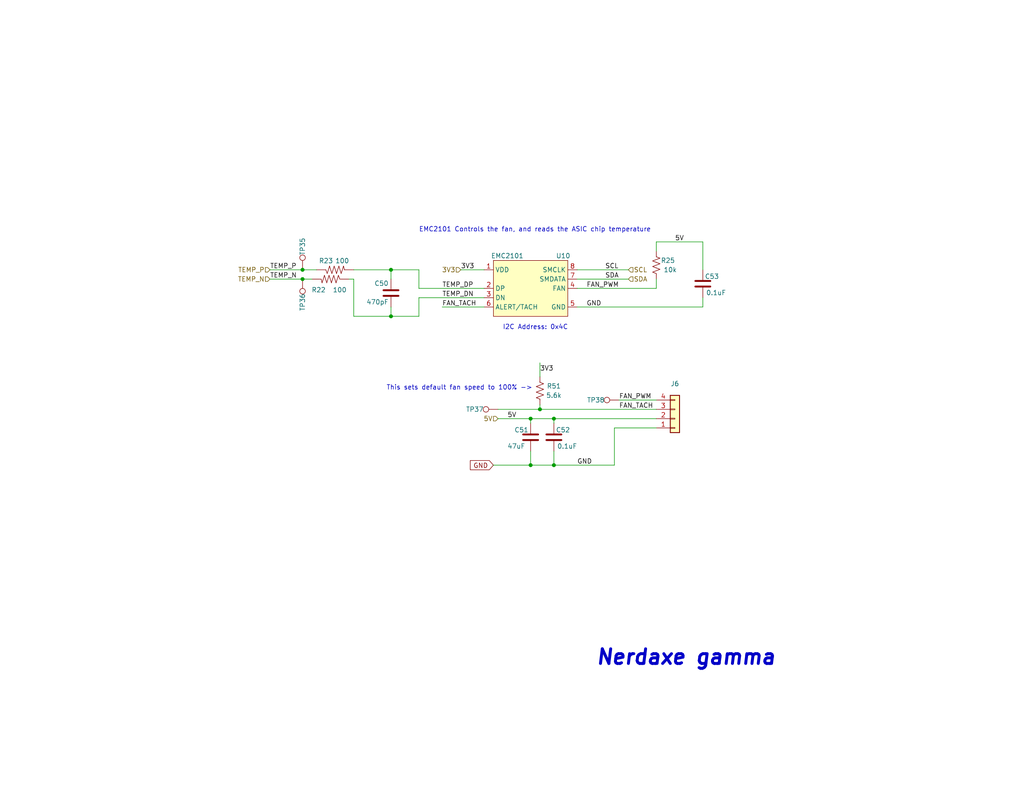
<source format=kicad_sch>
(kicad_sch (version 20231120) (generator "eeschema") (generator_version "8.0")
  (paper "A")
  (title_block (title "bitaxeGamma") (date "2024-08-16") (rev "600"))
  (lib_symbols
    (symbol "Connector:TestPoint" (pin_numbers hide) (pin_names (offset 0.762) hide)
      (property "Reference" "TP" (at 0 6.858 0))
      (property "Value" "TestPoint" (at 0 5.08 0))
      (symbol "TestPoint_0_1"
        (circle (center 0 3.302) (radius 0.762))
      )
      (symbol "TestPoint_1_1"
        (pin passive line (at 0 0 90) (length 2.54) (name "1") (number "1"))
      )
    )
    (symbol "Connector_Generic:Conn_01x04" (pin_names (offset 1.016) hide)
      (property "Reference" "J" (at 0 5.08 0))
      (property "Value" "Conn_01x04" (at 0 -7.62 0))
      (symbol "Conn_01x04_1_1"
        (rectangle (start -1.27 -4.953) (end 0 -5.207) (stroke (width 0.1524)))
        (rectangle (start -1.27 -2.413) (end 0 -2.667) (stroke (width 0.1524)))
        (rectangle (start -1.27 0.127) (end 0 -0.127) (stroke (width 0.1524)))
        (rectangle (start -1.27 2.667) (end 0 2.413) (stroke (width 0.1524)))
        (rectangle (start -1.27 3.81) (end 1.27 -6.35) (stroke (width 0.254)) (fill (type background)))
        (pin passive line (at -5.08 2.54 0) (length 3.81) (name "Pin_1") (number "1"))
        (pin passive line (at -5.08 0 0) (length 3.81) (name "Pin_2") (number "2"))
        (pin passive line (at -5.08 -2.54 0) (length 3.81) (name "Pin_3") (number "3"))
        (pin passive line (at -5.08 -5.08 0) (length 3.81) (name "Pin_4") (number "4"))
      )
    )
    (symbol "DayMiner-eagle-import:RESISTOR0402-RES"
      (property "Reference" "R" (at -3.81 1.4986 0))
      (property "Value" "RESISTOR0402-RES" (at -3.81 -3.302 0))
      (symbol "RESISTOR0402-RES_1_0"
        (polyline (pts (xy -2.54 0) (xy -2.159 1.016)) (stroke (width 0.1524)))
        (polyline (pts (xy -2.159 1.016) (xy -1.524 -1.016)) (stroke (width 0.1524)))
        (polyline (pts (xy -1.524 -1.016) (xy -0.889 1.016)) (stroke (width 0.1524)))
        (polyline (pts (xy -0.889 1.016) (xy -0.254 -1.016)) (stroke (width 0.1524)))
        (polyline (pts (xy -0.254 -1.016) (xy 0.381 1.016)) (stroke (width 0.1524)))
        (polyline (pts (xy 0.381 1.016) (xy 1.016 -1.016)) (stroke (width 0.1524)))
        (polyline (pts (xy 1.016 -1.016) (xy 1.651 1.016)) (stroke (width 0.1524)))
        (polyline (pts (xy 1.651 1.016) (xy 2.286 -1.016)) (stroke (width 0.1524)))
        (polyline (pts (xy 2.286 -1.016) (xy 2.54 0)) (stroke (width 0.1524)))
        (pin passive line (at -5.08 0 0) (length 2.54) (name "1") (number "1"))
        (pin passive line (at 5.08 0 180) (length 2.54) (name "2") (number "2"))
      )
    )
    (symbol "Device:C" (pin_numbers hide) (pin_names (offset 0.254))
      (property "Reference" "C" (at 0.635 2.54 0))
      (property "Value" "C" (at 0.635 -2.54 0))
      (symbol "C_0_1"
        (polyline (pts (xy -2.032 -0.762) (xy 2.032 -0.762)) (stroke (width 0.508)))
        (polyline (pts (xy -2.032 0.762) (xy 2.032 0.762)) (stroke (width 0.508)))
      )
      (symbol "C_1_1"
        (pin passive line (at 0 3.81 270) (length 2.794) (name "~") (number "1"))
        (pin passive line (at 0 -3.81 90) (length 2.794) (name "~") (number "2"))
      )
    )
    (symbol "Device:R_US" (pin_numbers hide) (pin_names (offset 0))
      (property "Reference" "R" (at 2.54 0 90))
      (property "Value" "R_US" (at -2.54 0 90))
      (symbol "R_US_0_1"
        (polyline (pts (xy 0 -2.286) (xy 0 -2.54)))
        (polyline (pts (xy 0 2.286) (xy 0 2.54)))
        (polyline (pts (xy 0 -0.762) (xy 1.016 -1.143) (xy 0 -1.524) (xy -1.016 -1.905) (xy 0 -2.286)))
        (polyline (pts (xy 0 0.762) (xy 1.016 0.381) (xy 0 0) (xy -1.016 -0.381) (xy 0 -0.762)))
        (polyline (pts (xy 0 2.286) (xy 1.016 1.905) (xy 0 1.524) (xy -1.016 1.143) (xy 0 0.762)))
      )
      (symbol "R_US_1_1"
        (pin passive line (at 0 3.81 270) (length 1.27) (name "~") (number "1"))
        (pin passive line (at 0 -3.81 90) (length 1.27) (name "~") (number "2"))
      )
    )
    (symbol "bitaxe:EMC2101"
      (property "Reference" "U7" (at 8.89 8.89 0))
      (property "Value" "EMC2101" (at -6.35 8.89 0))
      (symbol "EMC2101_0_1"
        (rectangle (start -10.16 7.62) (end 10.16 -7.62) (stroke (width 0.1524)) (fill (type background)))
      )
      (symbol "EMC2101_1_1"
        (pin power_in line (at -12.7 5.08 0) (length 2.54) (name "VDD") (number "1"))
        (pin input line (at -12.7 0 0) (length 2.54) (name "DP") (number "2"))
        (pin input line (at -12.7 -2.54 0) (length 2.54) (name "DN") (number "3"))
        (pin output line (at 12.7 0 180) (length 2.54) (name "FAN") (number "4"))
        (pin power_in line (at 12.7 -5.08 180) (length 2.54) (name "GND") (number "5"))
        (pin input line (at -12.7 -5.08 0) (length 2.54) (name "ALERT/TACH") (number "6"))
        (pin input line (at 12.7 2.54 180) (length 2.54) (name "SMDATA") (number "7"))
        (pin input line (at 12.7 5.08 180) (length 2.54) (name "SMCLK") (number "8"))
      )
    )
  )
  (junction (at 82.55 73.66))
  (junction (at 82.55 76.2))
  (junction (at 151.13 114.3))
  (junction (at 106.68 86.36))
  (junction (at 147.32 111.76))
  (junction (at 144.78 114.3))
  (junction (at 106.68 73.66))
  (junction (at 144.78 127))
  (junction (at 151.13 127))
  (wire (pts (xy 157.48 73.66) (xy 171.45 73.66)))
  (wire (pts (xy 144.78 123.19) (xy 144.78 127)))
  (wire (pts (xy 132.08 78.74) (xy 114.3 78.74)))
  (wire (pts (xy 135.89 111.76) (xy 147.32 111.76)))
  (wire (pts (xy 144.78 127) (xy 151.13 127)))
  (wire (pts (xy 179.07 66.04) (xy 191.77 66.04)))
  (wire (pts (xy 120.65 83.82) (xy 132.08 83.82)))
  (wire (pts (xy 147.32 111.76) (xy 179.07 111.76)))
  (wire (pts (xy 157.48 76.2) (xy 171.45 76.2)))
  (wire (pts (xy 144.78 114.3) (xy 151.13 114.3)))
  (wire (pts (xy 114.3 81.28) (xy 114.3 86.36)))
  (wire (pts (xy 125.73 73.66) (xy 132.08 73.66)))
  (wire (pts (xy 167.64 116.84) (xy 167.64 127)))
  (wire (pts (xy 191.77 81.28) (xy 191.77 83.82)))
  (wire (pts (xy 82.55 73.66) (xy 86.36 73.66)))
  (wire (pts (xy 191.77 66.04) (xy 191.77 73.66)))
  (wire (pts (xy 96.52 86.36) (xy 106.68 86.36)))
  (wire (pts (xy 179.07 66.04) (xy 179.07 68.58)))
  (wire (pts (xy 96.52 76.2) (xy 96.52 86.36)))
  (wire (pts (xy 151.13 114.3) (xy 179.07 114.3)))
  (wire (pts (xy 114.3 73.66) (xy 106.68 73.66)))
  (wire (pts (xy 151.13 114.3) (xy 151.13 115.57)))
  (wire (pts (xy 114.3 86.36) (xy 106.68 86.36)))
  (wire (pts (xy 179.07 78.74) (xy 179.07 76.2)))
  (wire (pts (xy 167.64 116.84) (xy 179.07 116.84)))
  (wire (pts (xy 96.52 76.2) (xy 95.25 76.2)))
  (wire (pts (xy 168.91 109.22) (xy 179.07 109.22)))
  (wire (pts (xy 157.48 83.82) (xy 191.77 83.82)))
  (wire (pts (xy 82.55 76.2) (xy 85.09 76.2)))
  (wire (pts (xy 147.32 110.49) (xy 147.32 111.76)))
  (wire (pts (xy 132.08 81.28) (xy 114.3 81.28)))
  (wire (pts (xy 106.68 73.66) (xy 106.68 76.2)))
  (wire (pts (xy 157.48 78.74) (xy 179.07 78.74)))
  (wire (pts (xy 135.89 114.3) (xy 144.78 114.3)))
  (wire (pts (xy 134.62 127) (xy 144.78 127)))
  (wire (pts (xy 144.78 114.3) (xy 144.78 115.57)))
  (wire (pts (xy 151.13 127) (xy 167.64 127)))
  (wire (pts (xy 114.3 78.74) (xy 114.3 73.66)))
  (wire (pts (xy 106.68 83.82) (xy 106.68 86.36)))
  (wire (pts (xy 73.66 76.2) (xy 82.55 76.2)))
  (wire (pts (xy 147.32 99.06) (xy 147.32 102.87)))
  (wire (pts (xy 106.68 73.66) (xy 96.52 73.66)))
  (wire (pts (xy 151.13 123.19) (xy 151.13 127)))
  (wire (pts (xy 73.66 73.66) (xy 82.55 73.66)))
  (text "Nerdaxe gamma" (at 187.198 179.578 0) (effects (font (size 4 4) (thickness 0.8) (bold yes) (italic yes))))
  (text "EMC2101 Controls the fan, and reads the ASIC chip temperature" (at 114.3 63.5 0) (effects (font (size 1.27 1.27)) (justify left bottom)))
  (text "This sets default fan speed to 100% ->" (at 105.41 106.68 0) (effects (font (size 1.27 1.27)) (justify left bottom)))
  (text "I2C Address: 0x4C" (at 137.16 90.17 0) (effects (font (size 1.27 1.27)) (justify left bottom)))
  (label "5V" (at 184.15 66.04 0))
  (label "FAN_PWM" (at 160.02 78.74 0))
  (label "TEMP_DN" (at 120.65 81.28 0))
  (label "GND" (at 160.02 83.82 0))
  (label "TEMP_P" (at 73.66 73.66 0))
  (label "SCL" (at 165.1 73.66 0))
  (label "3V3" (at 147.32 101.6 0))
  (label "FAN_TACH" (at 120.65 83.82 0))
  (label "GND" (at 157.48 127 0))
  (label "FAN_PWM" (at 168.91 109.22 0))
  (label "3V3" (at 125.73 73.66 0))
  (label "5V" (at 138.43 114.3 0))
  (label "SDA" (at 165.1 76.2 0))
  (label "TEMP_DP" (at 120.65 78.74 0))
  (label "TEMP_N" (at 73.66 76.2 0))
  (label "FAN_TACH" (at 168.91 111.76 0))
  (global_label "GND" (shape input) (at 134.62 127 180) (property "Intersheetrefs" "${INTERSHEET_REFS}" (effects (hide yes))))
  (hierarchical_label "5V" (shape input) (at 135.89 114.3 180))
  (hierarchical_label "TEMP_P" (shape input) (at 73.66 73.66 180))
  (hierarchical_label "TEMP_N" (shape input) (at 73.66 76.2 180))
  (hierarchical_label "SCL" (shape input) (at 171.45 73.66 0))
  (hierarchical_label "3V3" (shape input) (at 125.73 73.66 180))
  (hierarchical_label "SDA" (shape input) (at 171.45 76.2 0))
  (symbol (lib_id "Connector:TestPoint") (at 168.91 109.22 90) (mirror x) (unit 1) (in_bom no)
    (property "Reference" "TP38" (at 162.56 109.22 90))
    (property "Value" "TestPoint" (effects (hide yes)))
    (property "Footprint" "TestPoint:TestPoint_Pad_D1.5mm" (effects (hide yes)))
  )
  (symbol (lib_id "Device:R_US") (at 147.32 106.68 180) (unit 1)
    (property "Reference" "R51" (at 151.13 105.41 0))
    (property "Value" "5.6k" (at 151.13 107.95 0))
    (property "Footprint" "Resistor_SMD:R_0402_1005Metric" (effects (hide yes)))
    (property "DK" "13-RC0402FR-135K6LCT-ND" (effects (hide yes)))
    (property "PARTNO" "RC0402FR-135K6L" (effects (hide yes)))
  )
  (symbol (lib_id "Device:C") (at 191.77 77.47 0) (mirror y) (unit 1)
    (property "Reference" "C53" (at 196.215 76.2 0) (effects (justify left bottom)))
    (property "Value" "0.1uF" (at 198.12 80.645 0) (effects (justify left bottom)))
    (property "Footprint" "Capacitor_SMD:C_0402_1005Metric" (effects (hide yes)))
    (property "DK" "1276-1234-1-ND" (effects (hide yes)))
    (property "PARTNO" "CL05A104KO5NNNC" (effects (hide yes)))
  )
  (symbol (lib_id "Device:C") (at 151.13 119.38 0) (mirror y) (unit 1)
    (property "Reference" "C52" (at 155.575 118.11 0) (effects (justify left bottom)))
    (property "Value" "0.1uF" (at 157.48 122.555 0) (effects (justify left bottom)))
    (property "Footprint" "Capacitor_SMD:C_0402_1005Metric" (effects (hide yes)))
    (property "DK" "1276-1234-1-ND" (effects (hide yes)))
    (property "PARTNO" "CL05A104KO5NNNC" (effects (hide yes)))
  )
  (symbol (lib_id "DayMiner-eagle-import:RESISTOR0402-RES") (at 90.17 76.2 0) (mirror y) (unit 1)
    (property "Reference" "R22" (at 88.9 79.88 0) (effects (justify left bottom)))
    (property "Value" "100" (at 94.615 79.88 0) (effects (justify left bottom)))
    (property "Footprint" "Resistor_SMD:R_0402_1005Metric" (effects (hide yes)))
    (property "DK" "311-100LRCT-ND" (effects (hide yes)))
    (property "PARTNO" "RC0402FR-07100RL" (effects (hide yes)))
  )
  (symbol (lib_id "Device:C") (at 106.68 80.01 0) (mirror y) (unit 1)
    (property "Reference" "C50" (at 106.045 78.105 0) (effects (justify left bottom)))
    (property "Value" "470pF" (at 106.045 83.185 0) (effects (justify left bottom)))
    (property "Footprint" "Capacitor_SMD:C_0402_1005Metric" (effects (hide yes)))
    (property "DK" "1276-1566-1-ND" (effects (hide yes)))
    (property "PARTNO" "CL05B471KB5NNNC" (effects (hide yes)))
  )
  (symbol (lib_id "Device:C") (at 144.78 119.38 0) (unit 1)
    (property "Reference" "C51" (at 140.335 118.11 0) (effects (justify left bottom)))
    (property "Value" "47uF" (at 138.43 122.555 0) (effects (justify left bottom)))
    (property "Footprint" "Capacitor_SMD:C_1210_3225Metric" (effects (hide yes)))
    (property "DK" "1276-3376-1-ND" (effects (hide yes)))
    (property "PARTNO" "CL32A476KOJNNNE" (effects (hide yes)))
  )
  (symbol (lib_id "Connector:TestPoint") (at 82.55 73.66 0) (unit 1) (in_bom no)
    (property "Reference" "TP35" (at 82.55 67.31 90))
    (property "Value" "TestPoint" (effects (hide yes)))
    (property "Footprint" "TestPoint:TestPoint_Pad_D1.5mm" (effects (hide yes)))
  )
  (symbol (lib_id "Connector_Generic:Conn_01x04") (at 184.15 114.3 0) (mirror x) (unit 1)
    (property "Reference" "J6" (at 184.15 104.775 0))
    (property "Value" "Conn_01x04" (effects (hide yes)))
    (property "Footprint" "bitaxe:470531000" (effects (hide yes)))
    (property "PARTNO" "0470531000" (effects (hide yes)))
    (property "DK" "WM4330-ND" (effects (hide yes)))
  )
  (symbol (lib_id "Connector:TestPoint") (at 82.55 76.2 180) (unit 1) (in_bom no)
    (property "Reference" "TP36" (at 82.55 82.55 90))
    (property "Value" "TestPoint" (effects (hide yes)))
    (property "Footprint" "TestPoint:TestPoint_Pad_D1.5mm" (effects (hide yes)))
  )
  (symbol (lib_id "DayMiner-eagle-import:RESISTOR0402-RES") (at 91.44 73.66 0) (mirror x) (unit 1)
    (property "Reference" "R23" (at 86.995 70.485 0) (effects (justify left bottom)))
    (property "Value" "100" (at 91.44 70.485 0) (effects (justify left bottom)))
    (property "Footprint" "Resistor_SMD:R_0402_1005Metric" (effects (hide yes)))
    (property "DK" "311-100LRCT-ND" (effects (hide yes)))
    (property "PARTNO" "RC0402FR-07100RL" (effects (hide yes)))
  )
  (symbol (lib_id "Connector:TestPoint") (at 135.89 111.76 90) (mirror x) (unit 1) (in_bom no)
    (property "Reference" "TP37" (at 129.54 111.76 90))
    (property "Value" "TestPoint" (effects (hide yes)))
    (property "Footprint" "TestPoint:TestPoint_Pad_D1.5mm" (effects (hide yes)))
  )
  (symbol (lib_id "Device:R_US") (at 179.07 72.39 180) (unit 1)
    (property "Reference" "R25" (at 182.245 71.12 0))
    (property "Value" "10k" (at 182.88 73.66 0))
    (property "Footprint" "Resistor_SMD:R_0402_1005Metric" (effects (hide yes)))
    (property "DK" "311-10KJRCT-ND" (effects (hide yes)))
    (property "PARTNO" "RC0402JR-0710KL" (effects (hide yes)))
  )
  (symbol (lib_id "bitaxe:EMC2101") (at 144.78 78.74 0) (unit 1)
    (property "Reference" "U10" (at 153.67 69.85 0))
    (property "Value" "EMC2101" (at 138.43 69.85 0))
    (property "Footprint" "Package_SO:TSSOP-8_3x3mm_P0.65mm" (effects (hide yes)))
    (property "Datasheet" "https://ww1.microchip.com/downloads/en/DeviceDoc/2101.pdf" (effects (hide yes)))
    (property "DK" "EMC2101-R-ACZL-CT-ND" (effects (hide yes)))
    (property "PARTNO" "EMC2101-R-ACZL-TR" (effects (hide yes)))
  )
)
</source>
